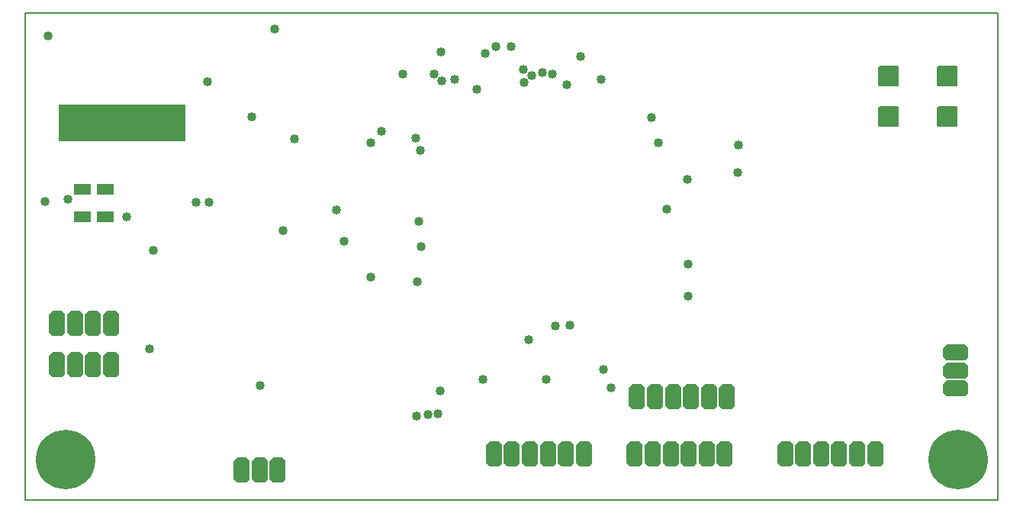
<source format=gbr>
G04 PROTEUS RS274X GERBER FILE*
%FSLAX45Y45*%
%MOMM*%
G01*
%ADD34C,1.016000*%
%AMPPAD029*
4,1,8,
-1.397000,-0.509800,
-1.397000,0.509800,
-1.017800,0.889000,
1.017800,0.889000,
1.397000,0.509800,
1.397000,-0.509800,
1.017800,-0.889000,
-1.017800,-0.889000,
-1.397000,-0.509800,
0*%
%ADD35PPAD029*%
%AMPPAD030*
4,1,8,
-0.509800,1.397000,
0.509800,1.397000,
0.889000,1.017800,
0.889000,-1.017800,
0.509800,-1.397000,
-0.509800,-1.397000,
-0.889000,-1.017800,
-0.889000,1.017800,
-0.509800,1.397000,
0*%
%ADD36PPAD030*%
%ADD37C,6.604000*%
%AMPPAD032*
4,1,36,
1.016000,0.889000,
1.016000,-0.889000,
1.013470,-0.914970,
1.006200,-0.938980,
0.994650,-0.960580,
0.979290,-0.979290,
0.960570,-0.994650,
0.938980,-1.006200,
0.914970,-1.013470,
0.889000,-1.016000,
-0.889000,-1.016000,
-0.914970,-1.013470,
-0.938980,-1.006200,
-0.960570,-0.994650,
-0.979290,-0.979290,
-0.994650,-0.960580,
-1.006200,-0.938980,
-1.013470,-0.914970,
-1.016000,-0.889000,
-1.016000,0.889000,
-1.013470,0.914970,
-1.006200,0.938980,
-0.994650,0.960580,
-0.979290,0.979290,
-0.960570,0.994650,
-0.938980,1.006200,
-0.914970,1.013470,
-0.889000,1.016000,
0.889000,1.016000,
0.914970,1.013470,
0.938980,1.006200,
0.960570,0.994650,
0.979290,0.979290,
0.994650,0.960580,
1.006200,0.938980,
1.013470,0.914970,
1.016000,0.889000,
0*%
%ADD38PPAD032*%
%AMPPAD045*
4,1,4,
-0.901700,0.571500,
-0.901700,-0.571500,
0.901700,-0.571500,
0.901700,0.571500,
-0.901700,0.571500,
0*%
%ADD51PPAD045*%
%AMPPAD044*
4,1,36,
-1.016000,1.143000,
1.016000,1.143000,
1.041970,1.140470,
1.065980,1.133200,
1.087580,1.121650,
1.106290,1.106290,
1.121650,1.087570,
1.133200,1.065980,
1.140470,1.041970,
1.143000,1.016000,
1.143000,-1.016000,
1.140470,-1.041970,
1.133200,-1.065980,
1.121650,-1.087570,
1.106290,-1.106290,
1.087580,-1.121650,
1.065980,-1.133200,
1.041970,-1.140470,
1.016000,-1.143000,
-1.016000,-1.143000,
-1.041970,-1.140470,
-1.065980,-1.133200,
-1.087580,-1.121650,
-1.106290,-1.106290,
-1.121650,-1.087570,
-1.133200,-1.065980,
-1.140470,-1.041970,
-1.143000,-1.016000,
-1.143000,1.016000,
-1.140470,1.041970,
-1.133200,1.065980,
-1.121650,1.087570,
-1.106290,1.106290,
-1.087580,1.121650,
-1.065980,1.133200,
-1.041970,1.140470,
-1.016000,1.143000,
0*%
%ADD50PPAD044*%
%ADD28C,0.203200*%
D34*
X+2870200Y-2324100D03*
X+296957Y-4742626D03*
X-825500Y-1270000D03*
X+3251200Y-2399210D03*
X+3499093Y-5455826D03*
X+3391926Y-5464385D03*
X+3262876Y-5482559D03*
X+4539700Y-1705693D03*
X+337490Y-3649603D03*
X-606300Y-3080988D03*
X+4699000Y-5080000D03*
X+4000500Y-5080000D03*
X+5950637Y-2455399D03*
X+3302000Y-2540000D03*
X+939800Y-1778000D03*
X+961073Y-3109100D03*
X+818252Y-3115600D03*
X+5422900Y-5168900D03*
X+5334000Y-4964608D03*
X+1905000Y-2413000D03*
X+1778000Y-3429000D03*
X+6040338Y-3189939D03*
X+45274Y-3276139D03*
X+4804966Y-4483100D03*
X+4962849Y-4480534D03*
X+3289222Y-3325000D03*
X+3931405Y-1858255D03*
X+4508500Y-4635500D03*
X+3313388Y-3600836D03*
X+2372206Y-3196056D03*
X+2455828Y-3546619D03*
X-857028Y-3101159D03*
X+6273800Y-4152900D03*
X+6273800Y-3797300D03*
X+6268211Y-2855011D03*
X+1524000Y-5143500D03*
X+3683000Y-1752600D03*
X+4458798Y-1785213D03*
X+1433045Y-2165672D03*
X+6829674Y-2784293D03*
X+6832600Y-2476500D03*
X+4931601Y-1806170D03*
X+5873205Y-2172155D03*
X+4772378Y-1692228D03*
X+4663171Y-1671369D03*
X+5080000Y-1498600D03*
X+4445000Y-1638300D03*
X+3543300Y-1765300D03*
X+2757181Y-3943344D03*
X+2754646Y-2455683D03*
X+5308600Y-1752600D03*
X+3458583Y-1693133D03*
X+3110292Y-1692508D03*
X+3530600Y-1447800D03*
X+4022571Y-1461404D03*
X+4313581Y-1388550D03*
X+4140200Y-1384300D03*
X+1683961Y-1195497D03*
X+3269501Y-3990016D03*
X+3525839Y-5200604D03*
D35*
X+9245600Y-5181500D03*
X+9245600Y-4981500D03*
X+9245600Y-4781500D03*
D36*
X+8356500Y-5905500D03*
X+8156500Y-5905500D03*
X+7956500Y-5905500D03*
X+7756500Y-5905500D03*
X+7556500Y-5905500D03*
X+7356500Y-5905500D03*
D37*
X+9271000Y-5969000D03*
X-635000Y-5969000D03*
D36*
X+4124500Y-5905500D03*
X+4324500Y-5905500D03*
X+4524500Y-5905500D03*
X+4724500Y-5905500D03*
X+4924500Y-5905500D03*
X+5124500Y-5905500D03*
X+5686500Y-5905500D03*
X+5886500Y-5905500D03*
X+6086500Y-5905500D03*
X+6286500Y-5905500D03*
X+6486500Y-5905500D03*
X+6686500Y-5905500D03*
X+5712000Y-5270500D03*
X+5912000Y-5270500D03*
X+6112000Y-5270500D03*
X+6312000Y-5270500D03*
X+6512000Y-5270500D03*
X+6712000Y-5270500D03*
X+1722985Y-6086392D03*
X+1522985Y-6086392D03*
X+1322985Y-6086392D03*
D38*
X+593700Y-2133600D03*
X+593700Y-2333600D03*
X+393700Y-2133600D03*
X+393700Y-2333600D03*
X+193700Y-2133600D03*
X+193700Y-2333600D03*
X-6300Y-2133600D03*
X-6300Y-2333600D03*
X-206300Y-2133600D03*
X-206300Y-2333600D03*
X-406300Y-2133600D03*
X-406300Y-2333600D03*
X-606300Y-2133600D03*
X-606300Y-2333600D03*
D51*
X-444500Y-2971800D03*
X-444500Y-3271800D03*
X-190500Y-2971800D03*
X-190500Y-3271800D03*
D36*
X-723900Y-4457700D03*
X-523900Y-4457700D03*
X-323900Y-4457700D03*
X-123900Y-4457700D03*
X-723900Y-4914900D03*
X-523900Y-4914900D03*
X-323900Y-4914900D03*
X-123900Y-4914900D03*
D50*
X+8501500Y-1718100D03*
X+9151500Y-1718100D03*
X+8501500Y-2168100D03*
X+9151500Y-2168100D03*
D28*
X-1079500Y-6413500D02*
X+9715500Y-6413500D01*
X+9715500Y-1016000D01*
X-1079500Y-1016000D01*
X-1079500Y-6413500D01*
M02*

</source>
